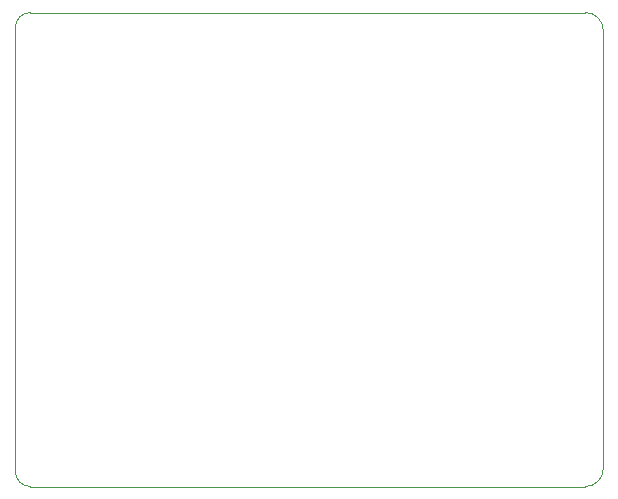
<source format=gm1>
%TF.GenerationSoftware,KiCad,Pcbnew,(5.99.0-8961-g580ad8b18e)*%
%TF.CreationDate,2021-03-06T10:17:56-08:00*%
%TF.ProjectId,hugo_board,6875676f-5f62-46f6-9172-642e6b696361,rev?*%
%TF.SameCoordinates,Original*%
%TF.FileFunction,Profile,NP*%
%FSLAX46Y46*%
G04 Gerber Fmt 4.6, Leading zero omitted, Abs format (unit mm)*
G04 Created by KiCad (PCBNEW (5.99.0-8961-g580ad8b18e)) date 2021-03-06 10:17:56*
%MOMM*%
%LPD*%
G01*
G04 APERTURE LIST*
%TA.AperFunction,Profile*%
%ADD10C,0.100000*%
%TD*%
G04 APERTURE END LIST*
D10*
X100583999Y-71374001D02*
G75*
G03*
X99314000Y-72644000I0J-1269999D01*
G01*
X100583999Y-111506001D02*
G75*
G02*
X99314000Y-110236000I1J1270000D01*
G01*
X147574002Y-111505998D02*
G75*
G03*
X149098000Y-109982000I0J1523998D01*
G01*
X149097998Y-72897998D02*
G75*
G03*
X147574000Y-71374000I-1523998J0D01*
G01*
X99314000Y-110236000D02*
X99314000Y-72644000D01*
X147574000Y-111506000D02*
X100584000Y-111506000D01*
X149098000Y-72898000D02*
X149098000Y-109982000D01*
X100584000Y-71374000D02*
X147574000Y-71374000D01*
M02*

</source>
